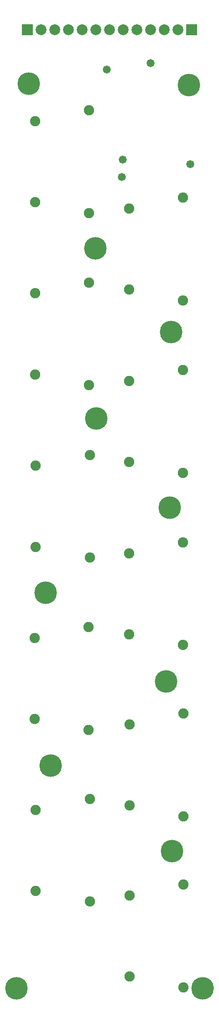
<source format=gbs>
%FSLAX23Y23*%
%MOIN*%
G70*
G01*
G75*
G04 Layer_Color=16711935*
%ADD10C,0.028*%
%ADD11C,0.157*%
%ADD12C,0.067*%
%ADD13R,0.071X0.071*%
%ADD14C,0.071*%
%ADD15C,0.050*%
%ADD16C,0.039*%
%ADD17C,0.020*%
%ADD18C,0.010*%
%ADD19C,0.008*%
%ADD20C,0.165*%
%ADD21C,0.075*%
%ADD22R,0.079X0.079*%
%ADD23C,0.079*%
%ADD24C,0.058*%
D20*
X7022Y575D02*
D03*
X8380D02*
D03*
X7272Y2197D02*
D03*
X8158Y1575D02*
D03*
X8114Y2811D02*
D03*
X7236Y3457D02*
D03*
X8142Y4079D02*
D03*
X7606Y4728D02*
D03*
X8150Y5358D02*
D03*
X7598Y5969D02*
D03*
X8282Y7158D02*
D03*
X7112Y7169D02*
D03*
D21*
X7553Y6974D02*
D03*
Y6226D02*
D03*
X7159Y6896D02*
D03*
Y6305D02*
D03*
X7557Y1955D02*
D03*
Y1207D02*
D03*
X7163Y1876D02*
D03*
Y1285D02*
D03*
X8238Y6337D02*
D03*
Y5589D02*
D03*
X7844Y6258D02*
D03*
Y5667D02*
D03*
X8238Y5081D02*
D03*
Y4333D02*
D03*
X7844Y5002D02*
D03*
Y4411D02*
D03*
X7557Y4463D02*
D03*
Y3715D02*
D03*
X7163Y4384D02*
D03*
Y3793D02*
D03*
X8238Y3825D02*
D03*
Y3077D02*
D03*
X7844Y3746D02*
D03*
Y3156D02*
D03*
X8241Y1330D02*
D03*
Y582D02*
D03*
X7847Y1251D02*
D03*
Y661D02*
D03*
X7549Y3207D02*
D03*
Y2459D02*
D03*
X7156Y3128D02*
D03*
Y2537D02*
D03*
X7553Y5719D02*
D03*
Y4970D02*
D03*
X7159Y5640D02*
D03*
Y5049D02*
D03*
X8242Y2577D02*
D03*
Y1829D02*
D03*
X7848Y2498D02*
D03*
Y1907D02*
D03*
D22*
X8301Y7562D02*
D03*
X7101D02*
D03*
D23*
X8201D02*
D03*
X8101D02*
D03*
X8001D02*
D03*
X7901D02*
D03*
X7801D02*
D03*
X7701D02*
D03*
X7601D02*
D03*
X7501D02*
D03*
X7401D02*
D03*
X7301D02*
D03*
X7201D02*
D03*
D24*
X7682Y7271D02*
D03*
X7793Y6488D02*
D03*
X8293Y6580D02*
D03*
X7799Y6616D02*
D03*
X8001Y7318D02*
D03*
M02*

</source>
